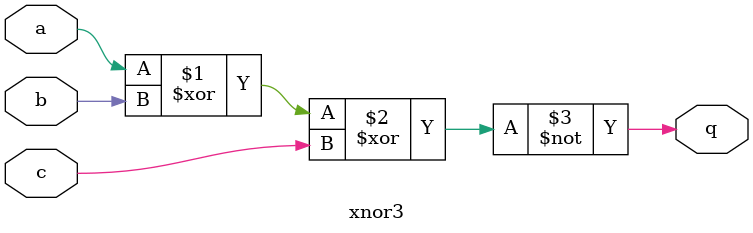
<source format=sv>
module top_module (
	input clk,
	input x,
	output z
);
	
	reg d0, d1, d2;
	wire q0, q1, q2;
	
	always @(posedge clk) begin
		d0 <= x ^ q0;
		d1 <= x & ~q1;
		d2 <= x | ~q2;
	end
	
	xnor3 xnor_gate (
		.q(z),
		.a(q0),
		.b(q1),
		.c(q2)
	);
	
endmodule
module xnor3 (
	output q,
	input a,
	input b,
	input c
);
	
	assign q = ~(a^b^c);
	
endmodule

</source>
